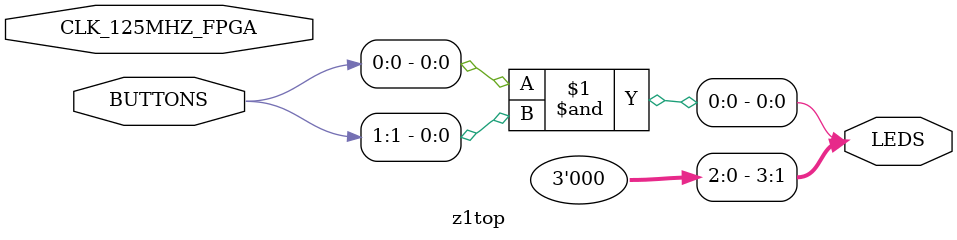
<source format=v>
`timescale 1ns/1ps

module z1top(
    input CLK_125MHZ_FPGA,
    input  [3:0] BUTTONS,
    output [3:0] LEDS
);
    and(LEDS[0], BUTTONS[0], BUTTONS[1]);

    assign LEDS[3:1] = 0;

endmodule
</source>
